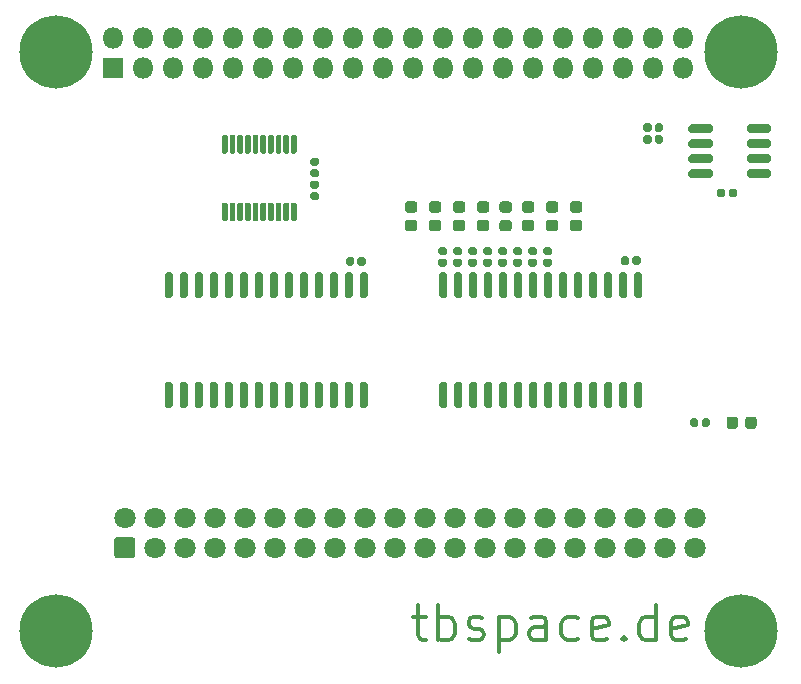
<source format=gts>
%TF.GenerationSoftware,KiCad,Pcbnew,5.1.6*%
%TF.CreationDate,2020-07-11T21:42:10+02:00*%
%TF.ProjectId,IDEHat,49444548-6174-42e6-9b69-6361645f7063,rev?*%
%TF.SameCoordinates,Original*%
%TF.FileFunction,Soldermask,Top*%
%TF.FilePolarity,Negative*%
%FSLAX46Y46*%
G04 Gerber Fmt 4.6, Leading zero omitted, Abs format (unit mm)*
G04 Created by KiCad (PCBNEW 5.1.6) date 2020-07-11 21:42:10*
%MOMM*%
%LPD*%
G01*
G04 APERTURE LIST*
%ADD10C,0.300000*%
%ADD11C,6.200000*%
%ADD12C,1.800000*%
%ADD13R,1.800000X1.800000*%
%ADD14O,1.800000X1.800000*%
G04 APERTURE END LIST*
D10*
X78638285Y-179443142D02*
X79781142Y-179443142D01*
X79066857Y-178443142D02*
X79066857Y-181014571D01*
X79209714Y-181300285D01*
X79495428Y-181443142D01*
X79781142Y-181443142D01*
X80781142Y-181443142D02*
X80781142Y-178443142D01*
X80781142Y-179586000D02*
X81066857Y-179443142D01*
X81638285Y-179443142D01*
X81924000Y-179586000D01*
X82066857Y-179728857D01*
X82209714Y-180014571D01*
X82209714Y-180871714D01*
X82066857Y-181157428D01*
X81924000Y-181300285D01*
X81638285Y-181443142D01*
X81066857Y-181443142D01*
X80781142Y-181300285D01*
X83352571Y-181300285D02*
X83638285Y-181443142D01*
X84209714Y-181443142D01*
X84495428Y-181300285D01*
X84638285Y-181014571D01*
X84638285Y-180871714D01*
X84495428Y-180586000D01*
X84209714Y-180443142D01*
X83781142Y-180443142D01*
X83495428Y-180300285D01*
X83352571Y-180014571D01*
X83352571Y-179871714D01*
X83495428Y-179586000D01*
X83781142Y-179443142D01*
X84209714Y-179443142D01*
X84495428Y-179586000D01*
X85924000Y-179443142D02*
X85924000Y-182443142D01*
X85924000Y-179586000D02*
X86209714Y-179443142D01*
X86781142Y-179443142D01*
X87066857Y-179586000D01*
X87209714Y-179728857D01*
X87352571Y-180014571D01*
X87352571Y-180871714D01*
X87209714Y-181157428D01*
X87066857Y-181300285D01*
X86781142Y-181443142D01*
X86209714Y-181443142D01*
X85924000Y-181300285D01*
X89924000Y-181443142D02*
X89924000Y-179871714D01*
X89781142Y-179586000D01*
X89495428Y-179443142D01*
X88924000Y-179443142D01*
X88638285Y-179586000D01*
X89924000Y-181300285D02*
X89638285Y-181443142D01*
X88924000Y-181443142D01*
X88638285Y-181300285D01*
X88495428Y-181014571D01*
X88495428Y-180728857D01*
X88638285Y-180443142D01*
X88924000Y-180300285D01*
X89638285Y-180300285D01*
X89924000Y-180157428D01*
X92638285Y-181300285D02*
X92352571Y-181443142D01*
X91781142Y-181443142D01*
X91495428Y-181300285D01*
X91352571Y-181157428D01*
X91209714Y-180871714D01*
X91209714Y-180014571D01*
X91352571Y-179728857D01*
X91495428Y-179586000D01*
X91781142Y-179443142D01*
X92352571Y-179443142D01*
X92638285Y-179586000D01*
X95066857Y-181300285D02*
X94781142Y-181443142D01*
X94209714Y-181443142D01*
X93924000Y-181300285D01*
X93781142Y-181014571D01*
X93781142Y-179871714D01*
X93924000Y-179586000D01*
X94209714Y-179443142D01*
X94781142Y-179443142D01*
X95066857Y-179586000D01*
X95209714Y-179871714D01*
X95209714Y-180157428D01*
X93781142Y-180443142D01*
X96495428Y-181157428D02*
X96638285Y-181300285D01*
X96495428Y-181443142D01*
X96352571Y-181300285D01*
X96495428Y-181157428D01*
X96495428Y-181443142D01*
X99209714Y-181443142D02*
X99209714Y-178443142D01*
X99209714Y-181300285D02*
X98924000Y-181443142D01*
X98352571Y-181443142D01*
X98066857Y-181300285D01*
X97924000Y-181157428D01*
X97781142Y-180871714D01*
X97781142Y-180014571D01*
X97924000Y-179728857D01*
X98066857Y-179586000D01*
X98352571Y-179443142D01*
X98924000Y-179443142D01*
X99209714Y-179586000D01*
X101781142Y-181300285D02*
X101495428Y-181443142D01*
X100924000Y-181443142D01*
X100638285Y-181300285D01*
X100495428Y-181014571D01*
X100495428Y-179871714D01*
X100638285Y-179586000D01*
X100924000Y-179443142D01*
X101495428Y-179443142D01*
X101781142Y-179586000D01*
X101924000Y-179871714D01*
X101924000Y-180157428D01*
X100495428Y-180443142D01*
%TO.C,U2*%
G36*
G01*
X68435627Y-144374877D02*
X68685627Y-144374877D01*
G75*
G02*
X68810627Y-144499877I0J-125000D01*
G01*
X68810627Y-145824877D01*
G75*
G02*
X68685627Y-145949877I-125000J0D01*
G01*
X68435627Y-145949877D01*
G75*
G02*
X68310627Y-145824877I0J125000D01*
G01*
X68310627Y-144499877D01*
G75*
G02*
X68435627Y-144374877I125000J0D01*
G01*
G37*
G36*
G01*
X67785627Y-144374877D02*
X68035627Y-144374877D01*
G75*
G02*
X68160627Y-144499877I0J-125000D01*
G01*
X68160627Y-145824877D01*
G75*
G02*
X68035627Y-145949877I-125000J0D01*
G01*
X67785627Y-145949877D01*
G75*
G02*
X67660627Y-145824877I0J125000D01*
G01*
X67660627Y-144499877D01*
G75*
G02*
X67785627Y-144374877I125000J0D01*
G01*
G37*
G36*
G01*
X67135627Y-144374877D02*
X67385627Y-144374877D01*
G75*
G02*
X67510627Y-144499877I0J-125000D01*
G01*
X67510627Y-145824877D01*
G75*
G02*
X67385627Y-145949877I-125000J0D01*
G01*
X67135627Y-145949877D01*
G75*
G02*
X67010627Y-145824877I0J125000D01*
G01*
X67010627Y-144499877D01*
G75*
G02*
X67135627Y-144374877I125000J0D01*
G01*
G37*
G36*
G01*
X66485627Y-144374877D02*
X66735627Y-144374877D01*
G75*
G02*
X66860627Y-144499877I0J-125000D01*
G01*
X66860627Y-145824877D01*
G75*
G02*
X66735627Y-145949877I-125000J0D01*
G01*
X66485627Y-145949877D01*
G75*
G02*
X66360627Y-145824877I0J125000D01*
G01*
X66360627Y-144499877D01*
G75*
G02*
X66485627Y-144374877I125000J0D01*
G01*
G37*
G36*
G01*
X65835627Y-144374877D02*
X66085627Y-144374877D01*
G75*
G02*
X66210627Y-144499877I0J-125000D01*
G01*
X66210627Y-145824877D01*
G75*
G02*
X66085627Y-145949877I-125000J0D01*
G01*
X65835627Y-145949877D01*
G75*
G02*
X65710627Y-145824877I0J125000D01*
G01*
X65710627Y-144499877D01*
G75*
G02*
X65835627Y-144374877I125000J0D01*
G01*
G37*
G36*
G01*
X65185627Y-144374877D02*
X65435627Y-144374877D01*
G75*
G02*
X65560627Y-144499877I0J-125000D01*
G01*
X65560627Y-145824877D01*
G75*
G02*
X65435627Y-145949877I-125000J0D01*
G01*
X65185627Y-145949877D01*
G75*
G02*
X65060627Y-145824877I0J125000D01*
G01*
X65060627Y-144499877D01*
G75*
G02*
X65185627Y-144374877I125000J0D01*
G01*
G37*
G36*
G01*
X64535627Y-144374877D02*
X64785627Y-144374877D01*
G75*
G02*
X64910627Y-144499877I0J-125000D01*
G01*
X64910627Y-145824877D01*
G75*
G02*
X64785627Y-145949877I-125000J0D01*
G01*
X64535627Y-145949877D01*
G75*
G02*
X64410627Y-145824877I0J125000D01*
G01*
X64410627Y-144499877D01*
G75*
G02*
X64535627Y-144374877I125000J0D01*
G01*
G37*
G36*
G01*
X63885627Y-144374877D02*
X64135627Y-144374877D01*
G75*
G02*
X64260627Y-144499877I0J-125000D01*
G01*
X64260627Y-145824877D01*
G75*
G02*
X64135627Y-145949877I-125000J0D01*
G01*
X63885627Y-145949877D01*
G75*
G02*
X63760627Y-145824877I0J125000D01*
G01*
X63760627Y-144499877D01*
G75*
G02*
X63885627Y-144374877I125000J0D01*
G01*
G37*
G36*
G01*
X63235627Y-144374877D02*
X63485627Y-144374877D01*
G75*
G02*
X63610627Y-144499877I0J-125000D01*
G01*
X63610627Y-145824877D01*
G75*
G02*
X63485627Y-145949877I-125000J0D01*
G01*
X63235627Y-145949877D01*
G75*
G02*
X63110627Y-145824877I0J125000D01*
G01*
X63110627Y-144499877D01*
G75*
G02*
X63235627Y-144374877I125000J0D01*
G01*
G37*
G36*
G01*
X62585627Y-144374877D02*
X62835627Y-144374877D01*
G75*
G02*
X62960627Y-144499877I0J-125000D01*
G01*
X62960627Y-145824877D01*
G75*
G02*
X62835627Y-145949877I-125000J0D01*
G01*
X62585627Y-145949877D01*
G75*
G02*
X62460627Y-145824877I0J125000D01*
G01*
X62460627Y-144499877D01*
G75*
G02*
X62585627Y-144374877I125000J0D01*
G01*
G37*
G36*
G01*
X62585627Y-138649877D02*
X62835627Y-138649877D01*
G75*
G02*
X62960627Y-138774877I0J-125000D01*
G01*
X62960627Y-140099877D01*
G75*
G02*
X62835627Y-140224877I-125000J0D01*
G01*
X62585627Y-140224877D01*
G75*
G02*
X62460627Y-140099877I0J125000D01*
G01*
X62460627Y-138774877D01*
G75*
G02*
X62585627Y-138649877I125000J0D01*
G01*
G37*
G36*
G01*
X63235627Y-138649877D02*
X63485627Y-138649877D01*
G75*
G02*
X63610627Y-138774877I0J-125000D01*
G01*
X63610627Y-140099877D01*
G75*
G02*
X63485627Y-140224877I-125000J0D01*
G01*
X63235627Y-140224877D01*
G75*
G02*
X63110627Y-140099877I0J125000D01*
G01*
X63110627Y-138774877D01*
G75*
G02*
X63235627Y-138649877I125000J0D01*
G01*
G37*
G36*
G01*
X63885627Y-138649877D02*
X64135627Y-138649877D01*
G75*
G02*
X64260627Y-138774877I0J-125000D01*
G01*
X64260627Y-140099877D01*
G75*
G02*
X64135627Y-140224877I-125000J0D01*
G01*
X63885627Y-140224877D01*
G75*
G02*
X63760627Y-140099877I0J125000D01*
G01*
X63760627Y-138774877D01*
G75*
G02*
X63885627Y-138649877I125000J0D01*
G01*
G37*
G36*
G01*
X64535627Y-138649877D02*
X64785627Y-138649877D01*
G75*
G02*
X64910627Y-138774877I0J-125000D01*
G01*
X64910627Y-140099877D01*
G75*
G02*
X64785627Y-140224877I-125000J0D01*
G01*
X64535627Y-140224877D01*
G75*
G02*
X64410627Y-140099877I0J125000D01*
G01*
X64410627Y-138774877D01*
G75*
G02*
X64535627Y-138649877I125000J0D01*
G01*
G37*
G36*
G01*
X65185627Y-138649877D02*
X65435627Y-138649877D01*
G75*
G02*
X65560627Y-138774877I0J-125000D01*
G01*
X65560627Y-140099877D01*
G75*
G02*
X65435627Y-140224877I-125000J0D01*
G01*
X65185627Y-140224877D01*
G75*
G02*
X65060627Y-140099877I0J125000D01*
G01*
X65060627Y-138774877D01*
G75*
G02*
X65185627Y-138649877I125000J0D01*
G01*
G37*
G36*
G01*
X65835627Y-138649877D02*
X66085627Y-138649877D01*
G75*
G02*
X66210627Y-138774877I0J-125000D01*
G01*
X66210627Y-140099877D01*
G75*
G02*
X66085627Y-140224877I-125000J0D01*
G01*
X65835627Y-140224877D01*
G75*
G02*
X65710627Y-140099877I0J125000D01*
G01*
X65710627Y-138774877D01*
G75*
G02*
X65835627Y-138649877I125000J0D01*
G01*
G37*
G36*
G01*
X66485627Y-138649877D02*
X66735627Y-138649877D01*
G75*
G02*
X66860627Y-138774877I0J-125000D01*
G01*
X66860627Y-140099877D01*
G75*
G02*
X66735627Y-140224877I-125000J0D01*
G01*
X66485627Y-140224877D01*
G75*
G02*
X66360627Y-140099877I0J125000D01*
G01*
X66360627Y-138774877D01*
G75*
G02*
X66485627Y-138649877I125000J0D01*
G01*
G37*
G36*
G01*
X67135627Y-138649877D02*
X67385627Y-138649877D01*
G75*
G02*
X67510627Y-138774877I0J-125000D01*
G01*
X67510627Y-140099877D01*
G75*
G02*
X67385627Y-140224877I-125000J0D01*
G01*
X67135627Y-140224877D01*
G75*
G02*
X67010627Y-140099877I0J125000D01*
G01*
X67010627Y-138774877D01*
G75*
G02*
X67135627Y-138649877I125000J0D01*
G01*
G37*
G36*
G01*
X67785627Y-138649877D02*
X68035627Y-138649877D01*
G75*
G02*
X68160627Y-138774877I0J-125000D01*
G01*
X68160627Y-140099877D01*
G75*
G02*
X68035627Y-140224877I-125000J0D01*
G01*
X67785627Y-140224877D01*
G75*
G02*
X67660627Y-140099877I0J125000D01*
G01*
X67660627Y-138774877D01*
G75*
G02*
X67785627Y-138649877I125000J0D01*
G01*
G37*
G36*
G01*
X68435627Y-138649877D02*
X68685627Y-138649877D01*
G75*
G02*
X68810627Y-138774877I0J-125000D01*
G01*
X68810627Y-140099877D01*
G75*
G02*
X68685627Y-140224877I-125000J0D01*
G01*
X68435627Y-140224877D01*
G75*
G02*
X68310627Y-140099877I0J125000D01*
G01*
X68310627Y-138774877D01*
G75*
G02*
X68435627Y-138649877I125000J0D01*
G01*
G37*
%TD*%
%TO.C,R11*%
G36*
G01*
X80955500Y-149111000D02*
X81350500Y-149111000D01*
G75*
G02*
X81523000Y-149283500I0J-172500D01*
G01*
X81523000Y-149628500D01*
G75*
G02*
X81350500Y-149801000I-172500J0D01*
G01*
X80955500Y-149801000D01*
G75*
G02*
X80783000Y-149628500I0J172500D01*
G01*
X80783000Y-149283500D01*
G75*
G02*
X80955500Y-149111000I172500J0D01*
G01*
G37*
G36*
G01*
X80955500Y-148141000D02*
X81350500Y-148141000D01*
G75*
G02*
X81523000Y-148313500I0J-172500D01*
G01*
X81523000Y-148658500D01*
G75*
G02*
X81350500Y-148831000I-172500J0D01*
G01*
X80955500Y-148831000D01*
G75*
G02*
X80783000Y-148658500I0J172500D01*
G01*
X80783000Y-148313500D01*
G75*
G02*
X80955500Y-148141000I172500J0D01*
G01*
G37*
%TD*%
%TO.C,R10*%
G36*
G01*
X82225500Y-149111000D02*
X82620500Y-149111000D01*
G75*
G02*
X82793000Y-149283500I0J-172500D01*
G01*
X82793000Y-149628500D01*
G75*
G02*
X82620500Y-149801000I-172500J0D01*
G01*
X82225500Y-149801000D01*
G75*
G02*
X82053000Y-149628500I0J172500D01*
G01*
X82053000Y-149283500D01*
G75*
G02*
X82225500Y-149111000I172500J0D01*
G01*
G37*
G36*
G01*
X82225500Y-148141000D02*
X82620500Y-148141000D01*
G75*
G02*
X82793000Y-148313500I0J-172500D01*
G01*
X82793000Y-148658500D01*
G75*
G02*
X82620500Y-148831000I-172500J0D01*
G01*
X82225500Y-148831000D01*
G75*
G02*
X82053000Y-148658500I0J172500D01*
G01*
X82053000Y-148313500D01*
G75*
G02*
X82225500Y-148141000I172500J0D01*
G01*
G37*
%TD*%
%TO.C,R9*%
G36*
G01*
X83495500Y-149111000D02*
X83890500Y-149111000D01*
G75*
G02*
X84063000Y-149283500I0J-172500D01*
G01*
X84063000Y-149628500D01*
G75*
G02*
X83890500Y-149801000I-172500J0D01*
G01*
X83495500Y-149801000D01*
G75*
G02*
X83323000Y-149628500I0J172500D01*
G01*
X83323000Y-149283500D01*
G75*
G02*
X83495500Y-149111000I172500J0D01*
G01*
G37*
G36*
G01*
X83495500Y-148141000D02*
X83890500Y-148141000D01*
G75*
G02*
X84063000Y-148313500I0J-172500D01*
G01*
X84063000Y-148658500D01*
G75*
G02*
X83890500Y-148831000I-172500J0D01*
G01*
X83495500Y-148831000D01*
G75*
G02*
X83323000Y-148658500I0J172500D01*
G01*
X83323000Y-148313500D01*
G75*
G02*
X83495500Y-148141000I172500J0D01*
G01*
G37*
%TD*%
%TO.C,R8*%
G36*
G01*
X84765500Y-149111000D02*
X85160500Y-149111000D01*
G75*
G02*
X85333000Y-149283500I0J-172500D01*
G01*
X85333000Y-149628500D01*
G75*
G02*
X85160500Y-149801000I-172500J0D01*
G01*
X84765500Y-149801000D01*
G75*
G02*
X84593000Y-149628500I0J172500D01*
G01*
X84593000Y-149283500D01*
G75*
G02*
X84765500Y-149111000I172500J0D01*
G01*
G37*
G36*
G01*
X84765500Y-148141000D02*
X85160500Y-148141000D01*
G75*
G02*
X85333000Y-148313500I0J-172500D01*
G01*
X85333000Y-148658500D01*
G75*
G02*
X85160500Y-148831000I-172500J0D01*
G01*
X84765500Y-148831000D01*
G75*
G02*
X84593000Y-148658500I0J172500D01*
G01*
X84593000Y-148313500D01*
G75*
G02*
X84765500Y-148141000I172500J0D01*
G01*
G37*
%TD*%
%TO.C,R7*%
G36*
G01*
X86035500Y-149111000D02*
X86430500Y-149111000D01*
G75*
G02*
X86603000Y-149283500I0J-172500D01*
G01*
X86603000Y-149628500D01*
G75*
G02*
X86430500Y-149801000I-172500J0D01*
G01*
X86035500Y-149801000D01*
G75*
G02*
X85863000Y-149628500I0J172500D01*
G01*
X85863000Y-149283500D01*
G75*
G02*
X86035500Y-149111000I172500J0D01*
G01*
G37*
G36*
G01*
X86035500Y-148141000D02*
X86430500Y-148141000D01*
G75*
G02*
X86603000Y-148313500I0J-172500D01*
G01*
X86603000Y-148658500D01*
G75*
G02*
X86430500Y-148831000I-172500J0D01*
G01*
X86035500Y-148831000D01*
G75*
G02*
X85863000Y-148658500I0J172500D01*
G01*
X85863000Y-148313500D01*
G75*
G02*
X86035500Y-148141000I172500J0D01*
G01*
G37*
%TD*%
%TO.C,R6*%
G36*
G01*
X87305500Y-149111000D02*
X87700500Y-149111000D01*
G75*
G02*
X87873000Y-149283500I0J-172500D01*
G01*
X87873000Y-149628500D01*
G75*
G02*
X87700500Y-149801000I-172500J0D01*
G01*
X87305500Y-149801000D01*
G75*
G02*
X87133000Y-149628500I0J172500D01*
G01*
X87133000Y-149283500D01*
G75*
G02*
X87305500Y-149111000I172500J0D01*
G01*
G37*
G36*
G01*
X87305500Y-148141000D02*
X87700500Y-148141000D01*
G75*
G02*
X87873000Y-148313500I0J-172500D01*
G01*
X87873000Y-148658500D01*
G75*
G02*
X87700500Y-148831000I-172500J0D01*
G01*
X87305500Y-148831000D01*
G75*
G02*
X87133000Y-148658500I0J172500D01*
G01*
X87133000Y-148313500D01*
G75*
G02*
X87305500Y-148141000I172500J0D01*
G01*
G37*
%TD*%
%TO.C,R5*%
G36*
G01*
X88575500Y-149111000D02*
X88970500Y-149111000D01*
G75*
G02*
X89143000Y-149283500I0J-172500D01*
G01*
X89143000Y-149628500D01*
G75*
G02*
X88970500Y-149801000I-172500J0D01*
G01*
X88575500Y-149801000D01*
G75*
G02*
X88403000Y-149628500I0J172500D01*
G01*
X88403000Y-149283500D01*
G75*
G02*
X88575500Y-149111000I172500J0D01*
G01*
G37*
G36*
G01*
X88575500Y-148141000D02*
X88970500Y-148141000D01*
G75*
G02*
X89143000Y-148313500I0J-172500D01*
G01*
X89143000Y-148658500D01*
G75*
G02*
X88970500Y-148831000I-172500J0D01*
G01*
X88575500Y-148831000D01*
G75*
G02*
X88403000Y-148658500I0J172500D01*
G01*
X88403000Y-148313500D01*
G75*
G02*
X88575500Y-148141000I172500J0D01*
G01*
G37*
%TD*%
%TO.C,R4*%
G36*
G01*
X89845500Y-149111000D02*
X90240500Y-149111000D01*
G75*
G02*
X90413000Y-149283500I0J-172500D01*
G01*
X90413000Y-149628500D01*
G75*
G02*
X90240500Y-149801000I-172500J0D01*
G01*
X89845500Y-149801000D01*
G75*
G02*
X89673000Y-149628500I0J172500D01*
G01*
X89673000Y-149283500D01*
G75*
G02*
X89845500Y-149111000I172500J0D01*
G01*
G37*
G36*
G01*
X89845500Y-148141000D02*
X90240500Y-148141000D01*
G75*
G02*
X90413000Y-148313500I0J-172500D01*
G01*
X90413000Y-148658500D01*
G75*
G02*
X90240500Y-148831000I-172500J0D01*
G01*
X89845500Y-148831000D01*
G75*
G02*
X89673000Y-148658500I0J172500D01*
G01*
X89673000Y-148313500D01*
G75*
G02*
X89845500Y-148141000I172500J0D01*
G01*
G37*
%TD*%
%TO.C,D9*%
G36*
G01*
X78767250Y-145242000D02*
X78204750Y-145242000D01*
G75*
G02*
X77961000Y-144998250I0J243750D01*
G01*
X77961000Y-144510750D01*
G75*
G02*
X78204750Y-144267000I243750J0D01*
G01*
X78767250Y-144267000D01*
G75*
G02*
X79011000Y-144510750I0J-243750D01*
G01*
X79011000Y-144998250D01*
G75*
G02*
X78767250Y-145242000I-243750J0D01*
G01*
G37*
G36*
G01*
X78767250Y-146817000D02*
X78204750Y-146817000D01*
G75*
G02*
X77961000Y-146573250I0J243750D01*
G01*
X77961000Y-146085750D01*
G75*
G02*
X78204750Y-145842000I243750J0D01*
G01*
X78767250Y-145842000D01*
G75*
G02*
X79011000Y-146085750I0J-243750D01*
G01*
X79011000Y-146573250D01*
G75*
G02*
X78767250Y-146817000I-243750J0D01*
G01*
G37*
%TD*%
%TO.C,D8*%
G36*
G01*
X80799250Y-145242000D02*
X80236750Y-145242000D01*
G75*
G02*
X79993000Y-144998250I0J243750D01*
G01*
X79993000Y-144510750D01*
G75*
G02*
X80236750Y-144267000I243750J0D01*
G01*
X80799250Y-144267000D01*
G75*
G02*
X81043000Y-144510750I0J-243750D01*
G01*
X81043000Y-144998250D01*
G75*
G02*
X80799250Y-145242000I-243750J0D01*
G01*
G37*
G36*
G01*
X80799250Y-146817000D02*
X80236750Y-146817000D01*
G75*
G02*
X79993000Y-146573250I0J243750D01*
G01*
X79993000Y-146085750D01*
G75*
G02*
X80236750Y-145842000I243750J0D01*
G01*
X80799250Y-145842000D01*
G75*
G02*
X81043000Y-146085750I0J-243750D01*
G01*
X81043000Y-146573250D01*
G75*
G02*
X80799250Y-146817000I-243750J0D01*
G01*
G37*
%TD*%
%TO.C,D7*%
G36*
G01*
X82831250Y-145242000D02*
X82268750Y-145242000D01*
G75*
G02*
X82025000Y-144998250I0J243750D01*
G01*
X82025000Y-144510750D01*
G75*
G02*
X82268750Y-144267000I243750J0D01*
G01*
X82831250Y-144267000D01*
G75*
G02*
X83075000Y-144510750I0J-243750D01*
G01*
X83075000Y-144998250D01*
G75*
G02*
X82831250Y-145242000I-243750J0D01*
G01*
G37*
G36*
G01*
X82831250Y-146817000D02*
X82268750Y-146817000D01*
G75*
G02*
X82025000Y-146573250I0J243750D01*
G01*
X82025000Y-146085750D01*
G75*
G02*
X82268750Y-145842000I243750J0D01*
G01*
X82831250Y-145842000D01*
G75*
G02*
X83075000Y-146085750I0J-243750D01*
G01*
X83075000Y-146573250D01*
G75*
G02*
X82831250Y-146817000I-243750J0D01*
G01*
G37*
%TD*%
%TO.C,D6*%
G36*
G01*
X84863250Y-145242000D02*
X84300750Y-145242000D01*
G75*
G02*
X84057000Y-144998250I0J243750D01*
G01*
X84057000Y-144510750D01*
G75*
G02*
X84300750Y-144267000I243750J0D01*
G01*
X84863250Y-144267000D01*
G75*
G02*
X85107000Y-144510750I0J-243750D01*
G01*
X85107000Y-144998250D01*
G75*
G02*
X84863250Y-145242000I-243750J0D01*
G01*
G37*
G36*
G01*
X84863250Y-146817000D02*
X84300750Y-146817000D01*
G75*
G02*
X84057000Y-146573250I0J243750D01*
G01*
X84057000Y-146085750D01*
G75*
G02*
X84300750Y-145842000I243750J0D01*
G01*
X84863250Y-145842000D01*
G75*
G02*
X85107000Y-146085750I0J-243750D01*
G01*
X85107000Y-146573250D01*
G75*
G02*
X84863250Y-146817000I-243750J0D01*
G01*
G37*
%TD*%
%TO.C,D5*%
G36*
G01*
X86768250Y-145242000D02*
X86205750Y-145242000D01*
G75*
G02*
X85962000Y-144998250I0J243750D01*
G01*
X85962000Y-144510750D01*
G75*
G02*
X86205750Y-144267000I243750J0D01*
G01*
X86768250Y-144267000D01*
G75*
G02*
X87012000Y-144510750I0J-243750D01*
G01*
X87012000Y-144998250D01*
G75*
G02*
X86768250Y-145242000I-243750J0D01*
G01*
G37*
G36*
G01*
X86768250Y-146817000D02*
X86205750Y-146817000D01*
G75*
G02*
X85962000Y-146573250I0J243750D01*
G01*
X85962000Y-146085750D01*
G75*
G02*
X86205750Y-145842000I243750J0D01*
G01*
X86768250Y-145842000D01*
G75*
G02*
X87012000Y-146085750I0J-243750D01*
G01*
X87012000Y-146573250D01*
G75*
G02*
X86768250Y-146817000I-243750J0D01*
G01*
G37*
%TD*%
%TO.C,D4*%
G36*
G01*
X88673250Y-145242000D02*
X88110750Y-145242000D01*
G75*
G02*
X87867000Y-144998250I0J243750D01*
G01*
X87867000Y-144510750D01*
G75*
G02*
X88110750Y-144267000I243750J0D01*
G01*
X88673250Y-144267000D01*
G75*
G02*
X88917000Y-144510750I0J-243750D01*
G01*
X88917000Y-144998250D01*
G75*
G02*
X88673250Y-145242000I-243750J0D01*
G01*
G37*
G36*
G01*
X88673250Y-146817000D02*
X88110750Y-146817000D01*
G75*
G02*
X87867000Y-146573250I0J243750D01*
G01*
X87867000Y-146085750D01*
G75*
G02*
X88110750Y-145842000I243750J0D01*
G01*
X88673250Y-145842000D01*
G75*
G02*
X88917000Y-146085750I0J-243750D01*
G01*
X88917000Y-146573250D01*
G75*
G02*
X88673250Y-146817000I-243750J0D01*
G01*
G37*
%TD*%
%TO.C,D3*%
G36*
G01*
X90705250Y-145242000D02*
X90142750Y-145242000D01*
G75*
G02*
X89899000Y-144998250I0J243750D01*
G01*
X89899000Y-144510750D01*
G75*
G02*
X90142750Y-144267000I243750J0D01*
G01*
X90705250Y-144267000D01*
G75*
G02*
X90949000Y-144510750I0J-243750D01*
G01*
X90949000Y-144998250D01*
G75*
G02*
X90705250Y-145242000I-243750J0D01*
G01*
G37*
G36*
G01*
X90705250Y-146817000D02*
X90142750Y-146817000D01*
G75*
G02*
X89899000Y-146573250I0J243750D01*
G01*
X89899000Y-146085750D01*
G75*
G02*
X90142750Y-145842000I243750J0D01*
G01*
X90705250Y-145842000D01*
G75*
G02*
X90949000Y-146085750I0J-243750D01*
G01*
X90949000Y-146573250D01*
G75*
G02*
X90705250Y-146817000I-243750J0D01*
G01*
G37*
%TD*%
%TO.C,D2*%
G36*
G01*
X92737250Y-145242000D02*
X92174750Y-145242000D01*
G75*
G02*
X91931000Y-144998250I0J243750D01*
G01*
X91931000Y-144510750D01*
G75*
G02*
X92174750Y-144267000I243750J0D01*
G01*
X92737250Y-144267000D01*
G75*
G02*
X92981000Y-144510750I0J-243750D01*
G01*
X92981000Y-144998250D01*
G75*
G02*
X92737250Y-145242000I-243750J0D01*
G01*
G37*
G36*
G01*
X92737250Y-146817000D02*
X92174750Y-146817000D01*
G75*
G02*
X91931000Y-146573250I0J243750D01*
G01*
X91931000Y-146085750D01*
G75*
G02*
X92174750Y-145842000I243750J0D01*
G01*
X92737250Y-145842000D01*
G75*
G02*
X92981000Y-146085750I0J-243750D01*
G01*
X92981000Y-146573250D01*
G75*
G02*
X92737250Y-146817000I-243750J0D01*
G01*
G37*
%TD*%
%TO.C,C5*%
G36*
G01*
X105375628Y-143767378D02*
X105375628Y-143372378D01*
G75*
G02*
X105548128Y-143199878I172500J0D01*
G01*
X105893128Y-143199878D01*
G75*
G02*
X106065628Y-143372378I0J-172500D01*
G01*
X106065628Y-143767378D01*
G75*
G02*
X105893128Y-143939878I-172500J0D01*
G01*
X105548128Y-143939878D01*
G75*
G02*
X105375628Y-143767378I0J172500D01*
G01*
G37*
G36*
G01*
X104405628Y-143767378D02*
X104405628Y-143372378D01*
G75*
G02*
X104578128Y-143199878I172500J0D01*
G01*
X104923128Y-143199878D01*
G75*
G02*
X105095628Y-143372378I0J-172500D01*
G01*
X105095628Y-143767378D01*
G75*
G02*
X104923128Y-143939878I-172500J0D01*
G01*
X104578128Y-143939878D01*
G75*
G02*
X104405628Y-143767378I0J172500D01*
G01*
G37*
%TD*%
%TO.C,C4*%
G36*
G01*
X70128127Y-141549875D02*
X70523127Y-141549875D01*
G75*
G02*
X70695627Y-141722375I0J-172500D01*
G01*
X70695627Y-142067375D01*
G75*
G02*
X70523127Y-142239875I-172500J0D01*
G01*
X70128127Y-142239875D01*
G75*
G02*
X69955627Y-142067375I0J172500D01*
G01*
X69955627Y-141722375D01*
G75*
G02*
X70128127Y-141549875I172500J0D01*
G01*
G37*
G36*
G01*
X70128127Y-140579875D02*
X70523127Y-140579875D01*
G75*
G02*
X70695627Y-140752375I0J-172500D01*
G01*
X70695627Y-141097375D01*
G75*
G02*
X70523127Y-141269875I-172500J0D01*
G01*
X70128127Y-141269875D01*
G75*
G02*
X69955627Y-141097375I0J172500D01*
G01*
X69955627Y-140752375D01*
G75*
G02*
X70128127Y-140579875I172500J0D01*
G01*
G37*
%TD*%
%TO.C,C3*%
G36*
G01*
X96945627Y-149102375D02*
X96945627Y-149497375D01*
G75*
G02*
X96773127Y-149669875I-172500J0D01*
G01*
X96428127Y-149669875D01*
G75*
G02*
X96255627Y-149497375I0J172500D01*
G01*
X96255627Y-149102375D01*
G75*
G02*
X96428127Y-148929875I172500J0D01*
G01*
X96773127Y-148929875D01*
G75*
G02*
X96945627Y-149102375I0J-172500D01*
G01*
G37*
G36*
G01*
X97915627Y-149102375D02*
X97915627Y-149497375D01*
G75*
G02*
X97743127Y-149669875I-172500J0D01*
G01*
X97398127Y-149669875D01*
G75*
G02*
X97225627Y-149497375I0J172500D01*
G01*
X97225627Y-149102375D01*
G75*
G02*
X97398127Y-148929875I172500J0D01*
G01*
X97743127Y-148929875D01*
G75*
G02*
X97915627Y-149102375I0J-172500D01*
G01*
G37*
%TD*%
%TO.C,C2*%
G36*
G01*
X73945628Y-149547376D02*
X73945628Y-149152376D01*
G75*
G02*
X74118128Y-148979876I172500J0D01*
G01*
X74463128Y-148979876D01*
G75*
G02*
X74635628Y-149152376I0J-172500D01*
G01*
X74635628Y-149547376D01*
G75*
G02*
X74463128Y-149719876I-172500J0D01*
G01*
X74118128Y-149719876D01*
G75*
G02*
X73945628Y-149547376I0J172500D01*
G01*
G37*
G36*
G01*
X72975628Y-149547376D02*
X72975628Y-149152376D01*
G75*
G02*
X73148128Y-148979876I172500J0D01*
G01*
X73493128Y-148979876D01*
G75*
G02*
X73665628Y-149152376I0J-172500D01*
G01*
X73665628Y-149547376D01*
G75*
G02*
X73493128Y-149719876I-172500J0D01*
G01*
X73148128Y-149719876D01*
G75*
G02*
X72975628Y-149547376I0J172500D01*
G01*
G37*
%TD*%
%TO.C,C1*%
G36*
G01*
X70513127Y-143209876D02*
X70118127Y-143209876D01*
G75*
G02*
X69945627Y-143037376I0J172500D01*
G01*
X69945627Y-142692376D01*
G75*
G02*
X70118127Y-142519876I172500J0D01*
G01*
X70513127Y-142519876D01*
G75*
G02*
X70685627Y-142692376I0J-172500D01*
G01*
X70685627Y-143037376D01*
G75*
G02*
X70513127Y-143209876I-172500J0D01*
G01*
G37*
G36*
G01*
X70513127Y-144179876D02*
X70118127Y-144179876D01*
G75*
G02*
X69945627Y-144007376I0J172500D01*
G01*
X69945627Y-143662376D01*
G75*
G02*
X70118127Y-143489876I172500J0D01*
G01*
X70513127Y-143489876D01*
G75*
G02*
X70685627Y-143662376I0J-172500D01*
G01*
X70685627Y-144007376D01*
G75*
G02*
X70513127Y-144179876I-172500J0D01*
G01*
G37*
%TD*%
D11*
%TO.C,*%
X106392628Y-180655875D03*
%TD*%
%TO.C,*%
X48392628Y-131655876D03*
%TD*%
%TO.C,*%
X48392627Y-180655877D03*
%TD*%
%TO.C,*%
X106392628Y-131655876D03*
%TD*%
D12*
%TO.C,J2*%
X102494241Y-171047564D03*
X99954241Y-171047564D03*
X97414241Y-171047564D03*
X94874241Y-171047564D03*
X92334241Y-171047564D03*
X89794241Y-171047564D03*
X87254241Y-171047564D03*
X84714241Y-171047564D03*
X82174241Y-171047564D03*
X79634241Y-171047564D03*
X77094241Y-171047564D03*
X74554241Y-171047564D03*
X72014241Y-171047564D03*
X69474241Y-171047564D03*
X66934241Y-171047564D03*
X64394241Y-171047564D03*
X61854241Y-171047564D03*
X59314241Y-171047564D03*
X56774241Y-171047564D03*
X54234241Y-171047564D03*
X102494241Y-173587564D03*
X99954241Y-173587564D03*
X97414241Y-173587564D03*
X94874241Y-173587564D03*
X92334241Y-173587564D03*
X89794241Y-173587564D03*
X87254241Y-173587564D03*
X84714241Y-173587564D03*
X82174241Y-173587564D03*
X79634241Y-173587564D03*
X77094241Y-173587564D03*
X74554241Y-173587564D03*
X72014241Y-173587564D03*
X69474241Y-173587564D03*
X66934241Y-173587564D03*
X64394241Y-173587564D03*
X61854241Y-173587564D03*
X59314241Y-173587564D03*
X56774241Y-173587564D03*
G36*
G01*
X54869535Y-174487564D02*
X53598947Y-174487564D01*
G75*
G02*
X53334241Y-174222858I0J264706D01*
G01*
X53334241Y-172952270D01*
G75*
G02*
X53598947Y-172687564I264706J0D01*
G01*
X54869535Y-172687564D01*
G75*
G02*
X55134241Y-172952270I0J-264706D01*
G01*
X55134241Y-174222858D01*
G75*
G02*
X54869535Y-174487564I-264706J0D01*
G01*
G37*
%TD*%
D13*
%TO.C,J1*%
X53245628Y-132969876D03*
D14*
X53245628Y-130429876D03*
X55785628Y-132969876D03*
X55785628Y-130429876D03*
X58325628Y-132969876D03*
X58325628Y-130429876D03*
X60865628Y-132969876D03*
X60865628Y-130429876D03*
X63405628Y-132969876D03*
X63405628Y-130429876D03*
X65945628Y-132969876D03*
X65945628Y-130429876D03*
X68485628Y-132969876D03*
X68485628Y-130429876D03*
X71025628Y-132969876D03*
X71025628Y-130429876D03*
X73565628Y-132969876D03*
X73565628Y-130429876D03*
X76105628Y-132969876D03*
X76105628Y-130429876D03*
X78645628Y-132969876D03*
X78645628Y-130429876D03*
X81185628Y-132969876D03*
X81185628Y-130429876D03*
X83725628Y-132969876D03*
X83725628Y-130429876D03*
X86265628Y-132969876D03*
X86265628Y-130429876D03*
X88805628Y-132969876D03*
X88805628Y-130429876D03*
X91345628Y-132969876D03*
X91345628Y-130429876D03*
X93885628Y-132969876D03*
X93885628Y-130429876D03*
X96425628Y-132969876D03*
X96425628Y-130429876D03*
X98965628Y-132969876D03*
X98965628Y-130429876D03*
X101505628Y-132969876D03*
X101505628Y-130429876D03*
%TD*%
%TO.C,U4*%
G36*
G01*
X81385628Y-152444875D02*
X81035628Y-152444875D01*
G75*
G02*
X80860628Y-152269875I0J175000D01*
G01*
X80860628Y-150469875D01*
G75*
G02*
X81035628Y-150294875I175000J0D01*
G01*
X81385628Y-150294875D01*
G75*
G02*
X81560628Y-150469875I0J-175000D01*
G01*
X81560628Y-152269875D01*
G75*
G02*
X81385628Y-152444875I-175000J0D01*
G01*
G37*
G36*
G01*
X82655628Y-152444875D02*
X82305628Y-152444875D01*
G75*
G02*
X82130628Y-152269875I0J175000D01*
G01*
X82130628Y-150469875D01*
G75*
G02*
X82305628Y-150294875I175000J0D01*
G01*
X82655628Y-150294875D01*
G75*
G02*
X82830628Y-150469875I0J-175000D01*
G01*
X82830628Y-152269875D01*
G75*
G02*
X82655628Y-152444875I-175000J0D01*
G01*
G37*
G36*
G01*
X83925628Y-152444875D02*
X83575628Y-152444875D01*
G75*
G02*
X83400628Y-152269875I0J175000D01*
G01*
X83400628Y-150469875D01*
G75*
G02*
X83575628Y-150294875I175000J0D01*
G01*
X83925628Y-150294875D01*
G75*
G02*
X84100628Y-150469875I0J-175000D01*
G01*
X84100628Y-152269875D01*
G75*
G02*
X83925628Y-152444875I-175000J0D01*
G01*
G37*
G36*
G01*
X85195628Y-152444875D02*
X84845628Y-152444875D01*
G75*
G02*
X84670628Y-152269875I0J175000D01*
G01*
X84670628Y-150469875D01*
G75*
G02*
X84845628Y-150294875I175000J0D01*
G01*
X85195628Y-150294875D01*
G75*
G02*
X85370628Y-150469875I0J-175000D01*
G01*
X85370628Y-152269875D01*
G75*
G02*
X85195628Y-152444875I-175000J0D01*
G01*
G37*
G36*
G01*
X86465628Y-152444875D02*
X86115628Y-152444875D01*
G75*
G02*
X85940628Y-152269875I0J175000D01*
G01*
X85940628Y-150469875D01*
G75*
G02*
X86115628Y-150294875I175000J0D01*
G01*
X86465628Y-150294875D01*
G75*
G02*
X86640628Y-150469875I0J-175000D01*
G01*
X86640628Y-152269875D01*
G75*
G02*
X86465628Y-152444875I-175000J0D01*
G01*
G37*
G36*
G01*
X87735628Y-152444875D02*
X87385628Y-152444875D01*
G75*
G02*
X87210628Y-152269875I0J175000D01*
G01*
X87210628Y-150469875D01*
G75*
G02*
X87385628Y-150294875I175000J0D01*
G01*
X87735628Y-150294875D01*
G75*
G02*
X87910628Y-150469875I0J-175000D01*
G01*
X87910628Y-152269875D01*
G75*
G02*
X87735628Y-152444875I-175000J0D01*
G01*
G37*
G36*
G01*
X89005628Y-152444875D02*
X88655628Y-152444875D01*
G75*
G02*
X88480628Y-152269875I0J175000D01*
G01*
X88480628Y-150469875D01*
G75*
G02*
X88655628Y-150294875I175000J0D01*
G01*
X89005628Y-150294875D01*
G75*
G02*
X89180628Y-150469875I0J-175000D01*
G01*
X89180628Y-152269875D01*
G75*
G02*
X89005628Y-152444875I-175000J0D01*
G01*
G37*
G36*
G01*
X90275628Y-152444875D02*
X89925628Y-152444875D01*
G75*
G02*
X89750628Y-152269875I0J175000D01*
G01*
X89750628Y-150469875D01*
G75*
G02*
X89925628Y-150294875I175000J0D01*
G01*
X90275628Y-150294875D01*
G75*
G02*
X90450628Y-150469875I0J-175000D01*
G01*
X90450628Y-152269875D01*
G75*
G02*
X90275628Y-152444875I-175000J0D01*
G01*
G37*
G36*
G01*
X91545628Y-152444875D02*
X91195628Y-152444875D01*
G75*
G02*
X91020628Y-152269875I0J175000D01*
G01*
X91020628Y-150469875D01*
G75*
G02*
X91195628Y-150294875I175000J0D01*
G01*
X91545628Y-150294875D01*
G75*
G02*
X91720628Y-150469875I0J-175000D01*
G01*
X91720628Y-152269875D01*
G75*
G02*
X91545628Y-152444875I-175000J0D01*
G01*
G37*
G36*
G01*
X92815628Y-152444875D02*
X92465628Y-152444875D01*
G75*
G02*
X92290628Y-152269875I0J175000D01*
G01*
X92290628Y-150469875D01*
G75*
G02*
X92465628Y-150294875I175000J0D01*
G01*
X92815628Y-150294875D01*
G75*
G02*
X92990628Y-150469875I0J-175000D01*
G01*
X92990628Y-152269875D01*
G75*
G02*
X92815628Y-152444875I-175000J0D01*
G01*
G37*
G36*
G01*
X94085628Y-152444875D02*
X93735628Y-152444875D01*
G75*
G02*
X93560628Y-152269875I0J175000D01*
G01*
X93560628Y-150469875D01*
G75*
G02*
X93735628Y-150294875I175000J0D01*
G01*
X94085628Y-150294875D01*
G75*
G02*
X94260628Y-150469875I0J-175000D01*
G01*
X94260628Y-152269875D01*
G75*
G02*
X94085628Y-152444875I-175000J0D01*
G01*
G37*
G36*
G01*
X95355628Y-152444875D02*
X95005628Y-152444875D01*
G75*
G02*
X94830628Y-152269875I0J175000D01*
G01*
X94830628Y-150469875D01*
G75*
G02*
X95005628Y-150294875I175000J0D01*
G01*
X95355628Y-150294875D01*
G75*
G02*
X95530628Y-150469875I0J-175000D01*
G01*
X95530628Y-152269875D01*
G75*
G02*
X95355628Y-152444875I-175000J0D01*
G01*
G37*
G36*
G01*
X96625628Y-152444875D02*
X96275628Y-152444875D01*
G75*
G02*
X96100628Y-152269875I0J175000D01*
G01*
X96100628Y-150469875D01*
G75*
G02*
X96275628Y-150294875I175000J0D01*
G01*
X96625628Y-150294875D01*
G75*
G02*
X96800628Y-150469875I0J-175000D01*
G01*
X96800628Y-152269875D01*
G75*
G02*
X96625628Y-152444875I-175000J0D01*
G01*
G37*
G36*
G01*
X97895628Y-152444875D02*
X97545628Y-152444875D01*
G75*
G02*
X97370628Y-152269875I0J175000D01*
G01*
X97370628Y-150469875D01*
G75*
G02*
X97545628Y-150294875I175000J0D01*
G01*
X97895628Y-150294875D01*
G75*
G02*
X98070628Y-150469875I0J-175000D01*
G01*
X98070628Y-152269875D01*
G75*
G02*
X97895628Y-152444875I-175000J0D01*
G01*
G37*
G36*
G01*
X97895628Y-161744875D02*
X97545628Y-161744875D01*
G75*
G02*
X97370628Y-161569875I0J175000D01*
G01*
X97370628Y-159769875D01*
G75*
G02*
X97545628Y-159594875I175000J0D01*
G01*
X97895628Y-159594875D01*
G75*
G02*
X98070628Y-159769875I0J-175000D01*
G01*
X98070628Y-161569875D01*
G75*
G02*
X97895628Y-161744875I-175000J0D01*
G01*
G37*
G36*
G01*
X96625628Y-161744875D02*
X96275628Y-161744875D01*
G75*
G02*
X96100628Y-161569875I0J175000D01*
G01*
X96100628Y-159769875D01*
G75*
G02*
X96275628Y-159594875I175000J0D01*
G01*
X96625628Y-159594875D01*
G75*
G02*
X96800628Y-159769875I0J-175000D01*
G01*
X96800628Y-161569875D01*
G75*
G02*
X96625628Y-161744875I-175000J0D01*
G01*
G37*
G36*
G01*
X95355628Y-161744875D02*
X95005628Y-161744875D01*
G75*
G02*
X94830628Y-161569875I0J175000D01*
G01*
X94830628Y-159769875D01*
G75*
G02*
X95005628Y-159594875I175000J0D01*
G01*
X95355628Y-159594875D01*
G75*
G02*
X95530628Y-159769875I0J-175000D01*
G01*
X95530628Y-161569875D01*
G75*
G02*
X95355628Y-161744875I-175000J0D01*
G01*
G37*
G36*
G01*
X94085628Y-161744875D02*
X93735628Y-161744875D01*
G75*
G02*
X93560628Y-161569875I0J175000D01*
G01*
X93560628Y-159769875D01*
G75*
G02*
X93735628Y-159594875I175000J0D01*
G01*
X94085628Y-159594875D01*
G75*
G02*
X94260628Y-159769875I0J-175000D01*
G01*
X94260628Y-161569875D01*
G75*
G02*
X94085628Y-161744875I-175000J0D01*
G01*
G37*
G36*
G01*
X92815628Y-161744875D02*
X92465628Y-161744875D01*
G75*
G02*
X92290628Y-161569875I0J175000D01*
G01*
X92290628Y-159769875D01*
G75*
G02*
X92465628Y-159594875I175000J0D01*
G01*
X92815628Y-159594875D01*
G75*
G02*
X92990628Y-159769875I0J-175000D01*
G01*
X92990628Y-161569875D01*
G75*
G02*
X92815628Y-161744875I-175000J0D01*
G01*
G37*
G36*
G01*
X91545628Y-161744875D02*
X91195628Y-161744875D01*
G75*
G02*
X91020628Y-161569875I0J175000D01*
G01*
X91020628Y-159769875D01*
G75*
G02*
X91195628Y-159594875I175000J0D01*
G01*
X91545628Y-159594875D01*
G75*
G02*
X91720628Y-159769875I0J-175000D01*
G01*
X91720628Y-161569875D01*
G75*
G02*
X91545628Y-161744875I-175000J0D01*
G01*
G37*
G36*
G01*
X90275628Y-161744875D02*
X89925628Y-161744875D01*
G75*
G02*
X89750628Y-161569875I0J175000D01*
G01*
X89750628Y-159769875D01*
G75*
G02*
X89925628Y-159594875I175000J0D01*
G01*
X90275628Y-159594875D01*
G75*
G02*
X90450628Y-159769875I0J-175000D01*
G01*
X90450628Y-161569875D01*
G75*
G02*
X90275628Y-161744875I-175000J0D01*
G01*
G37*
G36*
G01*
X89005628Y-161744875D02*
X88655628Y-161744875D01*
G75*
G02*
X88480628Y-161569875I0J175000D01*
G01*
X88480628Y-159769875D01*
G75*
G02*
X88655628Y-159594875I175000J0D01*
G01*
X89005628Y-159594875D01*
G75*
G02*
X89180628Y-159769875I0J-175000D01*
G01*
X89180628Y-161569875D01*
G75*
G02*
X89005628Y-161744875I-175000J0D01*
G01*
G37*
G36*
G01*
X87735628Y-161744875D02*
X87385628Y-161744875D01*
G75*
G02*
X87210628Y-161569875I0J175000D01*
G01*
X87210628Y-159769875D01*
G75*
G02*
X87385628Y-159594875I175000J0D01*
G01*
X87735628Y-159594875D01*
G75*
G02*
X87910628Y-159769875I0J-175000D01*
G01*
X87910628Y-161569875D01*
G75*
G02*
X87735628Y-161744875I-175000J0D01*
G01*
G37*
G36*
G01*
X86465628Y-161744875D02*
X86115628Y-161744875D01*
G75*
G02*
X85940628Y-161569875I0J175000D01*
G01*
X85940628Y-159769875D01*
G75*
G02*
X86115628Y-159594875I175000J0D01*
G01*
X86465628Y-159594875D01*
G75*
G02*
X86640628Y-159769875I0J-175000D01*
G01*
X86640628Y-161569875D01*
G75*
G02*
X86465628Y-161744875I-175000J0D01*
G01*
G37*
G36*
G01*
X85195628Y-161744875D02*
X84845628Y-161744875D01*
G75*
G02*
X84670628Y-161569875I0J175000D01*
G01*
X84670628Y-159769875D01*
G75*
G02*
X84845628Y-159594875I175000J0D01*
G01*
X85195628Y-159594875D01*
G75*
G02*
X85370628Y-159769875I0J-175000D01*
G01*
X85370628Y-161569875D01*
G75*
G02*
X85195628Y-161744875I-175000J0D01*
G01*
G37*
G36*
G01*
X83925628Y-161744875D02*
X83575628Y-161744875D01*
G75*
G02*
X83400628Y-161569875I0J175000D01*
G01*
X83400628Y-159769875D01*
G75*
G02*
X83575628Y-159594875I175000J0D01*
G01*
X83925628Y-159594875D01*
G75*
G02*
X84100628Y-159769875I0J-175000D01*
G01*
X84100628Y-161569875D01*
G75*
G02*
X83925628Y-161744875I-175000J0D01*
G01*
G37*
G36*
G01*
X82655628Y-161744875D02*
X82305628Y-161744875D01*
G75*
G02*
X82130628Y-161569875I0J175000D01*
G01*
X82130628Y-159769875D01*
G75*
G02*
X82305628Y-159594875I175000J0D01*
G01*
X82655628Y-159594875D01*
G75*
G02*
X82830628Y-159769875I0J-175000D01*
G01*
X82830628Y-161569875D01*
G75*
G02*
X82655628Y-161744875I-175000J0D01*
G01*
G37*
G36*
G01*
X81385628Y-161744875D02*
X81035628Y-161744875D01*
G75*
G02*
X80860628Y-161569875I0J175000D01*
G01*
X80860628Y-159769875D01*
G75*
G02*
X81035628Y-159594875I175000J0D01*
G01*
X81385628Y-159594875D01*
G75*
G02*
X81560628Y-159769875I0J-175000D01*
G01*
X81560628Y-161569875D01*
G75*
G02*
X81385628Y-161744875I-175000J0D01*
G01*
G37*
%TD*%
%TO.C,U3*%
G36*
G01*
X58135628Y-152444877D02*
X57785628Y-152444877D01*
G75*
G02*
X57610628Y-152269877I0J175000D01*
G01*
X57610628Y-150469877D01*
G75*
G02*
X57785628Y-150294877I175000J0D01*
G01*
X58135628Y-150294877D01*
G75*
G02*
X58310628Y-150469877I0J-175000D01*
G01*
X58310628Y-152269877D01*
G75*
G02*
X58135628Y-152444877I-175000J0D01*
G01*
G37*
G36*
G01*
X59405628Y-152444877D02*
X59055628Y-152444877D01*
G75*
G02*
X58880628Y-152269877I0J175000D01*
G01*
X58880628Y-150469877D01*
G75*
G02*
X59055628Y-150294877I175000J0D01*
G01*
X59405628Y-150294877D01*
G75*
G02*
X59580628Y-150469877I0J-175000D01*
G01*
X59580628Y-152269877D01*
G75*
G02*
X59405628Y-152444877I-175000J0D01*
G01*
G37*
G36*
G01*
X60675628Y-152444877D02*
X60325628Y-152444877D01*
G75*
G02*
X60150628Y-152269877I0J175000D01*
G01*
X60150628Y-150469877D01*
G75*
G02*
X60325628Y-150294877I175000J0D01*
G01*
X60675628Y-150294877D01*
G75*
G02*
X60850628Y-150469877I0J-175000D01*
G01*
X60850628Y-152269877D01*
G75*
G02*
X60675628Y-152444877I-175000J0D01*
G01*
G37*
G36*
G01*
X61945628Y-152444877D02*
X61595628Y-152444877D01*
G75*
G02*
X61420628Y-152269877I0J175000D01*
G01*
X61420628Y-150469877D01*
G75*
G02*
X61595628Y-150294877I175000J0D01*
G01*
X61945628Y-150294877D01*
G75*
G02*
X62120628Y-150469877I0J-175000D01*
G01*
X62120628Y-152269877D01*
G75*
G02*
X61945628Y-152444877I-175000J0D01*
G01*
G37*
G36*
G01*
X63215628Y-152444877D02*
X62865628Y-152444877D01*
G75*
G02*
X62690628Y-152269877I0J175000D01*
G01*
X62690628Y-150469877D01*
G75*
G02*
X62865628Y-150294877I175000J0D01*
G01*
X63215628Y-150294877D01*
G75*
G02*
X63390628Y-150469877I0J-175000D01*
G01*
X63390628Y-152269877D01*
G75*
G02*
X63215628Y-152444877I-175000J0D01*
G01*
G37*
G36*
G01*
X64485628Y-152444877D02*
X64135628Y-152444877D01*
G75*
G02*
X63960628Y-152269877I0J175000D01*
G01*
X63960628Y-150469877D01*
G75*
G02*
X64135628Y-150294877I175000J0D01*
G01*
X64485628Y-150294877D01*
G75*
G02*
X64660628Y-150469877I0J-175000D01*
G01*
X64660628Y-152269877D01*
G75*
G02*
X64485628Y-152444877I-175000J0D01*
G01*
G37*
G36*
G01*
X65755628Y-152444877D02*
X65405628Y-152444877D01*
G75*
G02*
X65230628Y-152269877I0J175000D01*
G01*
X65230628Y-150469877D01*
G75*
G02*
X65405628Y-150294877I175000J0D01*
G01*
X65755628Y-150294877D01*
G75*
G02*
X65930628Y-150469877I0J-175000D01*
G01*
X65930628Y-152269877D01*
G75*
G02*
X65755628Y-152444877I-175000J0D01*
G01*
G37*
G36*
G01*
X67025628Y-152444877D02*
X66675628Y-152444877D01*
G75*
G02*
X66500628Y-152269877I0J175000D01*
G01*
X66500628Y-150469877D01*
G75*
G02*
X66675628Y-150294877I175000J0D01*
G01*
X67025628Y-150294877D01*
G75*
G02*
X67200628Y-150469877I0J-175000D01*
G01*
X67200628Y-152269877D01*
G75*
G02*
X67025628Y-152444877I-175000J0D01*
G01*
G37*
G36*
G01*
X68295628Y-152444877D02*
X67945628Y-152444877D01*
G75*
G02*
X67770628Y-152269877I0J175000D01*
G01*
X67770628Y-150469877D01*
G75*
G02*
X67945628Y-150294877I175000J0D01*
G01*
X68295628Y-150294877D01*
G75*
G02*
X68470628Y-150469877I0J-175000D01*
G01*
X68470628Y-152269877D01*
G75*
G02*
X68295628Y-152444877I-175000J0D01*
G01*
G37*
G36*
G01*
X69565628Y-152444877D02*
X69215628Y-152444877D01*
G75*
G02*
X69040628Y-152269877I0J175000D01*
G01*
X69040628Y-150469877D01*
G75*
G02*
X69215628Y-150294877I175000J0D01*
G01*
X69565628Y-150294877D01*
G75*
G02*
X69740628Y-150469877I0J-175000D01*
G01*
X69740628Y-152269877D01*
G75*
G02*
X69565628Y-152444877I-175000J0D01*
G01*
G37*
G36*
G01*
X70835628Y-152444877D02*
X70485628Y-152444877D01*
G75*
G02*
X70310628Y-152269877I0J175000D01*
G01*
X70310628Y-150469877D01*
G75*
G02*
X70485628Y-150294877I175000J0D01*
G01*
X70835628Y-150294877D01*
G75*
G02*
X71010628Y-150469877I0J-175000D01*
G01*
X71010628Y-152269877D01*
G75*
G02*
X70835628Y-152444877I-175000J0D01*
G01*
G37*
G36*
G01*
X72105628Y-152444877D02*
X71755628Y-152444877D01*
G75*
G02*
X71580628Y-152269877I0J175000D01*
G01*
X71580628Y-150469877D01*
G75*
G02*
X71755628Y-150294877I175000J0D01*
G01*
X72105628Y-150294877D01*
G75*
G02*
X72280628Y-150469877I0J-175000D01*
G01*
X72280628Y-152269877D01*
G75*
G02*
X72105628Y-152444877I-175000J0D01*
G01*
G37*
G36*
G01*
X73375628Y-152444877D02*
X73025628Y-152444877D01*
G75*
G02*
X72850628Y-152269877I0J175000D01*
G01*
X72850628Y-150469877D01*
G75*
G02*
X73025628Y-150294877I175000J0D01*
G01*
X73375628Y-150294877D01*
G75*
G02*
X73550628Y-150469877I0J-175000D01*
G01*
X73550628Y-152269877D01*
G75*
G02*
X73375628Y-152444877I-175000J0D01*
G01*
G37*
G36*
G01*
X74645628Y-152444877D02*
X74295628Y-152444877D01*
G75*
G02*
X74120628Y-152269877I0J175000D01*
G01*
X74120628Y-150469877D01*
G75*
G02*
X74295628Y-150294877I175000J0D01*
G01*
X74645628Y-150294877D01*
G75*
G02*
X74820628Y-150469877I0J-175000D01*
G01*
X74820628Y-152269877D01*
G75*
G02*
X74645628Y-152444877I-175000J0D01*
G01*
G37*
G36*
G01*
X74645628Y-161744877D02*
X74295628Y-161744877D01*
G75*
G02*
X74120628Y-161569877I0J175000D01*
G01*
X74120628Y-159769877D01*
G75*
G02*
X74295628Y-159594877I175000J0D01*
G01*
X74645628Y-159594877D01*
G75*
G02*
X74820628Y-159769877I0J-175000D01*
G01*
X74820628Y-161569877D01*
G75*
G02*
X74645628Y-161744877I-175000J0D01*
G01*
G37*
G36*
G01*
X73375628Y-161744877D02*
X73025628Y-161744877D01*
G75*
G02*
X72850628Y-161569877I0J175000D01*
G01*
X72850628Y-159769877D01*
G75*
G02*
X73025628Y-159594877I175000J0D01*
G01*
X73375628Y-159594877D01*
G75*
G02*
X73550628Y-159769877I0J-175000D01*
G01*
X73550628Y-161569877D01*
G75*
G02*
X73375628Y-161744877I-175000J0D01*
G01*
G37*
G36*
G01*
X72105628Y-161744877D02*
X71755628Y-161744877D01*
G75*
G02*
X71580628Y-161569877I0J175000D01*
G01*
X71580628Y-159769877D01*
G75*
G02*
X71755628Y-159594877I175000J0D01*
G01*
X72105628Y-159594877D01*
G75*
G02*
X72280628Y-159769877I0J-175000D01*
G01*
X72280628Y-161569877D01*
G75*
G02*
X72105628Y-161744877I-175000J0D01*
G01*
G37*
G36*
G01*
X70835628Y-161744877D02*
X70485628Y-161744877D01*
G75*
G02*
X70310628Y-161569877I0J175000D01*
G01*
X70310628Y-159769877D01*
G75*
G02*
X70485628Y-159594877I175000J0D01*
G01*
X70835628Y-159594877D01*
G75*
G02*
X71010628Y-159769877I0J-175000D01*
G01*
X71010628Y-161569877D01*
G75*
G02*
X70835628Y-161744877I-175000J0D01*
G01*
G37*
G36*
G01*
X69565628Y-161744877D02*
X69215628Y-161744877D01*
G75*
G02*
X69040628Y-161569877I0J175000D01*
G01*
X69040628Y-159769877D01*
G75*
G02*
X69215628Y-159594877I175000J0D01*
G01*
X69565628Y-159594877D01*
G75*
G02*
X69740628Y-159769877I0J-175000D01*
G01*
X69740628Y-161569877D01*
G75*
G02*
X69565628Y-161744877I-175000J0D01*
G01*
G37*
G36*
G01*
X68295628Y-161744877D02*
X67945628Y-161744877D01*
G75*
G02*
X67770628Y-161569877I0J175000D01*
G01*
X67770628Y-159769877D01*
G75*
G02*
X67945628Y-159594877I175000J0D01*
G01*
X68295628Y-159594877D01*
G75*
G02*
X68470628Y-159769877I0J-175000D01*
G01*
X68470628Y-161569877D01*
G75*
G02*
X68295628Y-161744877I-175000J0D01*
G01*
G37*
G36*
G01*
X67025628Y-161744877D02*
X66675628Y-161744877D01*
G75*
G02*
X66500628Y-161569877I0J175000D01*
G01*
X66500628Y-159769877D01*
G75*
G02*
X66675628Y-159594877I175000J0D01*
G01*
X67025628Y-159594877D01*
G75*
G02*
X67200628Y-159769877I0J-175000D01*
G01*
X67200628Y-161569877D01*
G75*
G02*
X67025628Y-161744877I-175000J0D01*
G01*
G37*
G36*
G01*
X65755628Y-161744877D02*
X65405628Y-161744877D01*
G75*
G02*
X65230628Y-161569877I0J175000D01*
G01*
X65230628Y-159769877D01*
G75*
G02*
X65405628Y-159594877I175000J0D01*
G01*
X65755628Y-159594877D01*
G75*
G02*
X65930628Y-159769877I0J-175000D01*
G01*
X65930628Y-161569877D01*
G75*
G02*
X65755628Y-161744877I-175000J0D01*
G01*
G37*
G36*
G01*
X64485628Y-161744877D02*
X64135628Y-161744877D01*
G75*
G02*
X63960628Y-161569877I0J175000D01*
G01*
X63960628Y-159769877D01*
G75*
G02*
X64135628Y-159594877I175000J0D01*
G01*
X64485628Y-159594877D01*
G75*
G02*
X64660628Y-159769877I0J-175000D01*
G01*
X64660628Y-161569877D01*
G75*
G02*
X64485628Y-161744877I-175000J0D01*
G01*
G37*
G36*
G01*
X63215628Y-161744877D02*
X62865628Y-161744877D01*
G75*
G02*
X62690628Y-161569877I0J175000D01*
G01*
X62690628Y-159769877D01*
G75*
G02*
X62865628Y-159594877I175000J0D01*
G01*
X63215628Y-159594877D01*
G75*
G02*
X63390628Y-159769877I0J-175000D01*
G01*
X63390628Y-161569877D01*
G75*
G02*
X63215628Y-161744877I-175000J0D01*
G01*
G37*
G36*
G01*
X61945628Y-161744877D02*
X61595628Y-161744877D01*
G75*
G02*
X61420628Y-161569877I0J175000D01*
G01*
X61420628Y-159769877D01*
G75*
G02*
X61595628Y-159594877I175000J0D01*
G01*
X61945628Y-159594877D01*
G75*
G02*
X62120628Y-159769877I0J-175000D01*
G01*
X62120628Y-161569877D01*
G75*
G02*
X61945628Y-161744877I-175000J0D01*
G01*
G37*
G36*
G01*
X60675628Y-161744877D02*
X60325628Y-161744877D01*
G75*
G02*
X60150628Y-161569877I0J175000D01*
G01*
X60150628Y-159769877D01*
G75*
G02*
X60325628Y-159594877I175000J0D01*
G01*
X60675628Y-159594877D01*
G75*
G02*
X60850628Y-159769877I0J-175000D01*
G01*
X60850628Y-161569877D01*
G75*
G02*
X60675628Y-161744877I-175000J0D01*
G01*
G37*
G36*
G01*
X59405628Y-161744877D02*
X59055628Y-161744877D01*
G75*
G02*
X58880628Y-161569877I0J175000D01*
G01*
X58880628Y-159769877D01*
G75*
G02*
X59055628Y-159594877I175000J0D01*
G01*
X59405628Y-159594877D01*
G75*
G02*
X59580628Y-159769877I0J-175000D01*
G01*
X59580628Y-161569877D01*
G75*
G02*
X59405628Y-161744877I-175000J0D01*
G01*
G37*
G36*
G01*
X58135628Y-161744877D02*
X57785628Y-161744877D01*
G75*
G02*
X57610628Y-161569877I0J175000D01*
G01*
X57610628Y-159769877D01*
G75*
G02*
X57785628Y-159594877I175000J0D01*
G01*
X58135628Y-159594877D01*
G75*
G02*
X58310628Y-159769877I0J-175000D01*
G01*
X58310628Y-161569877D01*
G75*
G02*
X58135628Y-161744877I-175000J0D01*
G01*
G37*
%TD*%
%TO.C,U1*%
G36*
G01*
X104015628Y-141749875D02*
X104015628Y-142099875D01*
G75*
G02*
X103840628Y-142274875I-175000J0D01*
G01*
X102140628Y-142274875D01*
G75*
G02*
X101965628Y-142099875I0J175000D01*
G01*
X101965628Y-141749875D01*
G75*
G02*
X102140628Y-141574875I175000J0D01*
G01*
X103840628Y-141574875D01*
G75*
G02*
X104015628Y-141749875I0J-175000D01*
G01*
G37*
G36*
G01*
X104015628Y-140479875D02*
X104015628Y-140829875D01*
G75*
G02*
X103840628Y-141004875I-175000J0D01*
G01*
X102140628Y-141004875D01*
G75*
G02*
X101965628Y-140829875I0J175000D01*
G01*
X101965628Y-140479875D01*
G75*
G02*
X102140628Y-140304875I175000J0D01*
G01*
X103840628Y-140304875D01*
G75*
G02*
X104015628Y-140479875I0J-175000D01*
G01*
G37*
G36*
G01*
X104015628Y-139209875D02*
X104015628Y-139559875D01*
G75*
G02*
X103840628Y-139734875I-175000J0D01*
G01*
X102140628Y-139734875D01*
G75*
G02*
X101965628Y-139559875I0J175000D01*
G01*
X101965628Y-139209875D01*
G75*
G02*
X102140628Y-139034875I175000J0D01*
G01*
X103840628Y-139034875D01*
G75*
G02*
X104015628Y-139209875I0J-175000D01*
G01*
G37*
G36*
G01*
X104015628Y-137939875D02*
X104015628Y-138289875D01*
G75*
G02*
X103840628Y-138464875I-175000J0D01*
G01*
X102140628Y-138464875D01*
G75*
G02*
X101965628Y-138289875I0J175000D01*
G01*
X101965628Y-137939875D01*
G75*
G02*
X102140628Y-137764875I175000J0D01*
G01*
X103840628Y-137764875D01*
G75*
G02*
X104015628Y-137939875I0J-175000D01*
G01*
G37*
G36*
G01*
X108965628Y-137939875D02*
X108965628Y-138289875D01*
G75*
G02*
X108790628Y-138464875I-175000J0D01*
G01*
X107090628Y-138464875D01*
G75*
G02*
X106915628Y-138289875I0J175000D01*
G01*
X106915628Y-137939875D01*
G75*
G02*
X107090628Y-137764875I175000J0D01*
G01*
X108790628Y-137764875D01*
G75*
G02*
X108965628Y-137939875I0J-175000D01*
G01*
G37*
G36*
G01*
X108965628Y-139209875D02*
X108965628Y-139559875D01*
G75*
G02*
X108790628Y-139734875I-175000J0D01*
G01*
X107090628Y-139734875D01*
G75*
G02*
X106915628Y-139559875I0J175000D01*
G01*
X106915628Y-139209875D01*
G75*
G02*
X107090628Y-139034875I175000J0D01*
G01*
X108790628Y-139034875D01*
G75*
G02*
X108965628Y-139209875I0J-175000D01*
G01*
G37*
G36*
G01*
X108965628Y-140479875D02*
X108965628Y-140829875D01*
G75*
G02*
X108790628Y-141004875I-175000J0D01*
G01*
X107090628Y-141004875D01*
G75*
G02*
X106915628Y-140829875I0J175000D01*
G01*
X106915628Y-140479875D01*
G75*
G02*
X107090628Y-140304875I175000J0D01*
G01*
X108790628Y-140304875D01*
G75*
G02*
X108965628Y-140479875I0J-175000D01*
G01*
G37*
G36*
G01*
X108965628Y-141749875D02*
X108965628Y-142099875D01*
G75*
G02*
X108790628Y-142274875I-175000J0D01*
G01*
X107090628Y-142274875D01*
G75*
G02*
X106915628Y-142099875I0J175000D01*
G01*
X106915628Y-141749875D01*
G75*
G02*
X107090628Y-141574875I175000J0D01*
G01*
X108790628Y-141574875D01*
G75*
G02*
X108965628Y-141749875I0J-175000D01*
G01*
G37*
%TD*%
%TO.C,R3*%
G36*
G01*
X102810627Y-162822377D02*
X102810627Y-163217377D01*
G75*
G02*
X102638127Y-163389877I-172500J0D01*
G01*
X102293127Y-163389877D01*
G75*
G02*
X102120627Y-163217377I0J172500D01*
G01*
X102120627Y-162822377D01*
G75*
G02*
X102293127Y-162649877I172500J0D01*
G01*
X102638127Y-162649877D01*
G75*
G02*
X102810627Y-162822377I0J-172500D01*
G01*
G37*
G36*
G01*
X103780627Y-162822377D02*
X103780627Y-163217377D01*
G75*
G02*
X103608127Y-163389877I-172500J0D01*
G01*
X103263127Y-163389877D01*
G75*
G02*
X103090627Y-163217377I0J172500D01*
G01*
X103090627Y-162822377D01*
G75*
G02*
X103263127Y-162649877I172500J0D01*
G01*
X103608127Y-162649877D01*
G75*
G02*
X103780627Y-162822377I0J-172500D01*
G01*
G37*
%TD*%
%TO.C,R2*%
G36*
G01*
X99120627Y-139217376D02*
X99120627Y-138822376D01*
G75*
G02*
X99293127Y-138649876I172500J0D01*
G01*
X99638127Y-138649876D01*
G75*
G02*
X99810627Y-138822376I0J-172500D01*
G01*
X99810627Y-139217376D01*
G75*
G02*
X99638127Y-139389876I-172500J0D01*
G01*
X99293127Y-139389876D01*
G75*
G02*
X99120627Y-139217376I0J172500D01*
G01*
G37*
G36*
G01*
X98150627Y-139217376D02*
X98150627Y-138822376D01*
G75*
G02*
X98323127Y-138649876I172500J0D01*
G01*
X98668127Y-138649876D01*
G75*
G02*
X98840627Y-138822376I0J-172500D01*
G01*
X98840627Y-139217376D01*
G75*
G02*
X98668127Y-139389876I-172500J0D01*
G01*
X98323127Y-139389876D01*
G75*
G02*
X98150627Y-139217376I0J172500D01*
G01*
G37*
%TD*%
%TO.C,R1*%
G36*
G01*
X99120628Y-138217376D02*
X99120628Y-137822376D01*
G75*
G02*
X99293128Y-137649876I172500J0D01*
G01*
X99638128Y-137649876D01*
G75*
G02*
X99810628Y-137822376I0J-172500D01*
G01*
X99810628Y-138217376D01*
G75*
G02*
X99638128Y-138389876I-172500J0D01*
G01*
X99293128Y-138389876D01*
G75*
G02*
X99120628Y-138217376I0J172500D01*
G01*
G37*
G36*
G01*
X98150628Y-138217376D02*
X98150628Y-137822376D01*
G75*
G02*
X98323128Y-137649876I172500J0D01*
G01*
X98668128Y-137649876D01*
G75*
G02*
X98840628Y-137822376I0J-172500D01*
G01*
X98840628Y-138217376D01*
G75*
G02*
X98668128Y-138389876I-172500J0D01*
G01*
X98323128Y-138389876D01*
G75*
G02*
X98150628Y-138217376I0J172500D01*
G01*
G37*
%TD*%
%TO.C,D1*%
G36*
G01*
X106765629Y-163301125D02*
X106765629Y-162738625D01*
G75*
G02*
X107009379Y-162494875I243750J0D01*
G01*
X107496879Y-162494875D01*
G75*
G02*
X107740629Y-162738625I0J-243750D01*
G01*
X107740629Y-163301125D01*
G75*
G02*
X107496879Y-163544875I-243750J0D01*
G01*
X107009379Y-163544875D01*
G75*
G02*
X106765629Y-163301125I0J243750D01*
G01*
G37*
G36*
G01*
X105190629Y-163301125D02*
X105190629Y-162738625D01*
G75*
G02*
X105434379Y-162494875I243750J0D01*
G01*
X105921879Y-162494875D01*
G75*
G02*
X106165629Y-162738625I0J-243750D01*
G01*
X106165629Y-163301125D01*
G75*
G02*
X105921879Y-163544875I-243750J0D01*
G01*
X105434379Y-163544875D01*
G75*
G02*
X105190629Y-163301125I0J243750D01*
G01*
G37*
%TD*%
M02*

</source>
